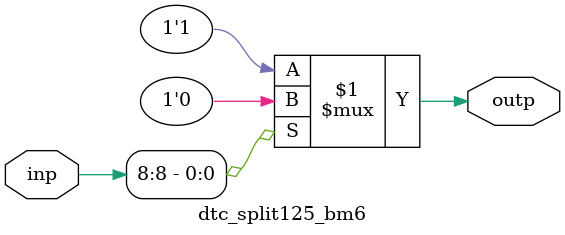
<source format=v>
module dtc_split125_bm6 (
	input  wire [12-1:0] inp,
	output wire [1-1:0] outp
);


	assign outp = (inp[8]) ? 1'b0 : 1'b1;

endmodule
</source>
